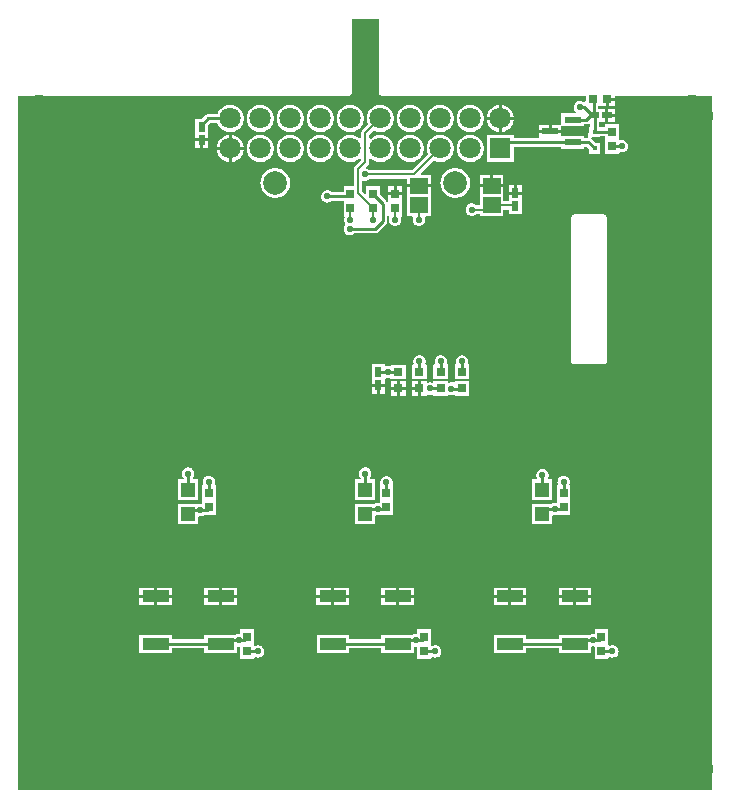
<source format=gtl>
%FSLAX43Y43*%
%MOMM*%
G71*
G01*
G75*
G04 Layer_Physical_Order=1*
G04 Layer_Color=255*
%ADD10R,1.500X1.350*%
%ADD11R,0.650X0.800*%
%ADD12R,0.762X0.762*%
%ADD13R,0.600X0.900*%
%ADD14R,1.200X1.200*%
%ADD15R,1.400X0.600*%
%ADD16R,0.400X0.400*%
%ADD17R,0.900X0.600*%
%ADD18R,2.250X1.000*%
%ADD19R,0.800X0.650*%
%ADD20C,0.200*%
%ADD21C,0.250*%
%ADD22C,1.800*%
%ADD23R,1.800X1.800*%
%ADD24C,2.000*%
%ADD25C,3.600*%
%ADD26C,0.550*%
G36*
X31147Y59700D02*
X31147Y59700D01*
X31147D01*
X31158Y59622D01*
X31188Y59549D01*
X31236Y59486D01*
X31299Y59438D01*
X31372Y59408D01*
X31450Y59397D01*
X48650D01*
Y59047D01*
X48602Y58890D01*
X48481Y58853D01*
X48468Y58864D01*
X48377Y58912D01*
X48278Y58942D01*
X48175Y58953D01*
X48072Y58942D01*
X47973Y58912D01*
X47882Y58864D01*
X47802Y58798D01*
X47736Y58718D01*
X47688Y58627D01*
X47658Y58528D01*
X47647Y58425D01*
X47658Y58322D01*
X47688Y58223D01*
X47736Y58132D01*
X47802Y58052D01*
X47841Y58020D01*
X47799Y57900D01*
X46600D01*
Y56954D01*
X45777D01*
Y56527D01*
X46604D01*
Y56800D01*
X48500D01*
Y56973D01*
X48700D01*
X48774Y56980D01*
X48844Y57002D01*
X48909Y57037D01*
X48933Y57056D01*
X49048Y57002D01*
Y56775D01*
X48975D01*
Y56588D01*
X48900Y55827D01*
X48500D01*
Y56000D01*
X46604D01*
Y56273D01*
X44696D01*
Y55846D01*
D01*
Y55846D01*
X44677Y55827D01*
X42580D01*
Y56080D01*
X40280D01*
Y53780D01*
X42580D01*
Y55073D01*
X46600D01*
Y54900D01*
X48500D01*
Y55073D01*
X48744D01*
X48975Y54842D01*
Y54475D01*
X49875D01*
Y55375D01*
X49508D01*
X49166Y55716D01*
X49119Y55755D01*
X49147Y55834D01*
X49169Y55875D01*
X49875D01*
Y55948D01*
X50325D01*
Y55675D01*
Y54475D01*
X51475D01*
Y54546D01*
X51577Y54621D01*
X51622Y54608D01*
X51725Y54597D01*
X51828Y54608D01*
X51927Y54638D01*
X52018Y54686D01*
X52098Y54752D01*
X52164Y54832D01*
X52212Y54923D01*
X52242Y55022D01*
X52253Y55125D01*
X52242Y55228D01*
X52212Y55327D01*
X52164Y55418D01*
X52098Y55498D01*
X52018Y55564D01*
X51927Y55612D01*
X51828Y55642D01*
X51725Y55653D01*
X51622Y55642D01*
X51577Y55629D01*
X51475Y55704D01*
Y56975D01*
X50325D01*
Y56702D01*
X49875D01*
Y56775D01*
X49802D01*
Y57171D01*
X50323D01*
Y57725D01*
Y58279D01*
X49746D01*
D01*
X49746D01*
X49727Y58298D01*
Y58521D01*
X49846D01*
Y58521D01*
X50373D01*
Y59100D01*
X50500D01*
Y59227D01*
X51154D01*
Y59397D01*
X59397D01*
Y603D01*
X603D01*
Y59397D01*
X28550D01*
X28628Y59408D01*
X28701Y59438D01*
X28764Y59486D01*
X28812Y59549D01*
X28842Y59622D01*
X28853Y59700D01*
Y65897D01*
X31147D01*
Y59700D01*
D02*
G37*
%LPC*%
G36*
X16751Y27226D02*
X16648Y27216D01*
X16549Y27186D01*
X16458Y27138D01*
X16378Y27072D01*
X16312Y26992D01*
X16264Y26901D01*
X16234Y26802D01*
X16224Y26699D01*
X16234Y26596D01*
X16261Y26507D01*
X16185Y26404D01*
X16175D01*
Y25104D01*
Y24907D01*
X16081Y24822D01*
X16025Y24828D01*
X15922Y24817D01*
X15854Y24797D01*
X15850Y24800D01*
Y24800D01*
X14150D01*
Y23100D01*
X15850D01*
Y23695D01*
X15944Y23780D01*
X16025Y23772D01*
X16128Y23783D01*
X16227Y23813D01*
X16318Y23861D01*
X16371Y23904D01*
X17325D01*
Y25104D01*
Y26404D01*
X17317D01*
X17241Y26507D01*
X17268Y26596D01*
X17279Y26699D01*
X17268Y26802D01*
X17238Y26901D01*
X17190Y26992D01*
X17124Y27072D01*
X17044Y27138D01*
X16953Y27186D01*
X16854Y27216D01*
X16751Y27226D01*
D02*
G37*
G36*
X49129Y17754D02*
X47877D01*
Y17127D01*
X49129D01*
Y17754D01*
D02*
G37*
G36*
X31800Y27180D02*
X31697Y27170D01*
X31598Y27140D01*
X31507Y27091D01*
X31427Y27025D01*
X31361Y26945D01*
X31313Y26854D01*
X31283Y26755D01*
X31272Y26652D01*
X31283Y26549D01*
X31313Y26451D01*
X31313D01*
X31225Y26404D01*
X31225D01*
Y25104D01*
Y25005D01*
X31131Y24919D01*
X31048Y24928D01*
X30945Y24917D01*
X30846Y24887D01*
X30755Y24839D01*
X30708Y24800D01*
X29150D01*
Y23100D01*
X30850D01*
Y23812D01*
X30945Y23883D01*
X31048Y23872D01*
X31151Y23883D01*
X31224Y23905D01*
X31225Y23904D01*
Y23904D01*
X32375D01*
Y25104D01*
Y26404D01*
X32375D01*
X32287Y26451D01*
X32287D01*
X32317Y26549D01*
X32328Y26652D01*
X32317Y26755D01*
X32287Y26854D01*
X32239Y26945D01*
X32173Y27025D01*
X32093Y27091D01*
X32002Y27140D01*
X31903Y27170D01*
X31800Y27180D01*
D02*
G37*
G36*
X15000Y27928D02*
X14897Y27917D01*
X14798Y27887D01*
X14707Y27839D01*
X14627Y27773D01*
X14561Y27693D01*
X14513Y27602D01*
X14483Y27503D01*
X14472Y27400D01*
X14483Y27297D01*
X14513Y27198D01*
X14561Y27107D01*
X14623Y27032D01*
Y26900D01*
X14150D01*
Y25200D01*
X15850D01*
Y26900D01*
X15377D01*
Y27032D01*
X15439Y27107D01*
X15487Y27198D01*
X15517Y27297D01*
X15528Y27400D01*
X15517Y27503D01*
X15487Y27602D01*
X15439Y27693D01*
X15373Y27773D01*
X15293Y27839D01*
X15202Y27887D01*
X15103Y27917D01*
X15000Y27928D01*
D02*
G37*
G36*
X46801Y27226D02*
X46698Y27216D01*
X46599Y27186D01*
X46508Y27138D01*
X46428Y27072D01*
X46362Y26992D01*
X46314Y26901D01*
X46284Y26802D01*
X46274Y26699D01*
X46284Y26596D01*
X46311Y26507D01*
X46235Y26404D01*
X46225D01*
Y25104D01*
Y25005D01*
X46131Y24919D01*
X46048Y24928D01*
X45945Y24917D01*
X45846Y24887D01*
X45755Y24839D01*
X45708Y24800D01*
X44150D01*
Y23100D01*
X45850D01*
Y23812D01*
X45945Y23883D01*
X46048Y23872D01*
X46151Y23883D01*
X46224Y23905D01*
X46225Y23904D01*
Y23904D01*
X47375D01*
Y25104D01*
Y26404D01*
X47367D01*
X47291Y26507D01*
X47318Y26596D01*
X47329Y26699D01*
X47318Y26802D01*
X47288Y26901D01*
X47240Y26992D01*
X47174Y27072D01*
X47094Y27138D01*
X47003Y27186D01*
X46904Y27216D01*
X46801Y27226D01*
D02*
G37*
G36*
X34129Y17754D02*
X32877D01*
Y17127D01*
X34129D01*
Y17754D01*
D02*
G37*
G36*
X32623D02*
X31371D01*
Y17127D01*
X32623D01*
Y17754D01*
D02*
G37*
G36*
X42123D02*
X40871D01*
Y17127D01*
X42123D01*
Y17754D01*
D02*
G37*
G36*
X47623D02*
X46371D01*
Y17127D01*
X47623D01*
Y17754D01*
D02*
G37*
G36*
X43629D02*
X42377D01*
Y17127D01*
X43629D01*
Y17754D01*
D02*
G37*
G36*
X30000Y27928D02*
X29897Y27917D01*
X29798Y27887D01*
X29707Y27839D01*
X29627Y27773D01*
X29561Y27693D01*
X29513Y27602D01*
X29483Y27503D01*
X29472Y27400D01*
X29483Y27297D01*
X29513Y27198D01*
X29561Y27107D01*
X29623Y27032D01*
Y26900D01*
X29150D01*
Y25200D01*
X30850D01*
Y26900D01*
X30377D01*
Y27032D01*
X30439Y27107D01*
X30487Y27198D01*
X30517Y27297D01*
X30528Y27400D01*
X30517Y27503D01*
X30487Y27602D01*
X30439Y27693D01*
X30373Y27773D01*
X30293Y27839D01*
X30202Y27887D01*
X30103Y27917D01*
X30000Y27928D01*
D02*
G37*
G36*
X31647Y34737D02*
X31220D01*
Y34160D01*
X31647D01*
Y34737D01*
D02*
G37*
G36*
X30966D02*
X30539D01*
Y34160D01*
X30966D01*
Y34737D01*
D02*
G37*
G36*
X32666Y35240D02*
X32158D01*
Y34732D01*
X32666D01*
Y35240D01*
D02*
G37*
G36*
X34466D02*
X33958D01*
Y34732D01*
X34466D01*
Y35240D01*
D02*
G37*
G36*
X33428D02*
X32920D01*
Y34732D01*
X33428D01*
Y35240D01*
D02*
G37*
G36*
X32666Y34478D02*
X32158D01*
Y33970D01*
X32666D01*
Y34478D01*
D02*
G37*
G36*
X45000Y27803D02*
X44897Y27792D01*
X44798Y27762D01*
X44707Y27714D01*
X44627Y27648D01*
X44561Y27568D01*
X44513Y27477D01*
X44483Y27378D01*
X44472Y27275D01*
X44483Y27172D01*
X44513Y27073D01*
X44547Y27009D01*
X44501Y26932D01*
X44462Y26900D01*
X44150D01*
Y25200D01*
X45850D01*
Y26900D01*
X45538D01*
X45499Y26932D01*
X45453Y27009D01*
X45487Y27073D01*
X45517Y27172D01*
X45528Y27275D01*
X45517Y27378D01*
X45487Y27477D01*
X45439Y27568D01*
X45373Y27648D01*
X45293Y27714D01*
X45202Y27762D01*
X45103Y27792D01*
X45000Y27803D01*
D02*
G37*
G36*
X33428Y34478D02*
X32920D01*
Y33970D01*
X33428D01*
Y34478D01*
D02*
G37*
G36*
X35228Y35240D02*
X34720D01*
Y34605D01*
Y33970D01*
X35228D01*
Y34032D01*
X35330Y34107D01*
X35395Y34088D01*
X35498Y34077D01*
X35601Y34088D01*
X35660Y34105D01*
X35762Y34030D01*
Y33974D01*
X37024D01*
Y34026D01*
X37126Y34102D01*
X37190Y34082D01*
X37293Y34072D01*
X37396Y34082D01*
X37459Y34102D01*
X37561Y34026D01*
Y33974D01*
X38823D01*
Y35236D01*
X37561D01*
Y35174D01*
X37459Y35098D01*
X37396Y35117D01*
X37293Y35127D01*
X37190Y35117D01*
X37126Y35098D01*
X37024Y35173D01*
Y35236D01*
X35762D01*
Y35180D01*
X35660Y35104D01*
X35601Y35122D01*
X35498Y35132D01*
X35395Y35122D01*
X35330Y35103D01*
X35228Y35178D01*
Y35240D01*
D02*
G37*
G36*
X34466Y34478D02*
X33958D01*
Y33970D01*
X34466D01*
Y34478D01*
D02*
G37*
G36*
X19129Y16873D02*
X17877D01*
Y16246D01*
X19129D01*
Y16873D01*
D02*
G37*
G36*
X17623D02*
X16371D01*
Y16246D01*
X17623D01*
Y16873D01*
D02*
G37*
G36*
X27123D02*
X25871D01*
Y16246D01*
X27123D01*
Y16873D01*
D02*
G37*
G36*
X32623D02*
X31371D01*
Y16246D01*
X32623D01*
Y16873D01*
D02*
G37*
G36*
X28629D02*
X27377D01*
Y16246D01*
X28629D01*
Y16873D01*
D02*
G37*
G36*
X50575Y14200D02*
X49425D01*
Y13910D01*
X49331Y13824D01*
X49300Y13828D01*
X49197Y13817D01*
X49098Y13787D01*
X49028Y13750D01*
X46375D01*
Y13377D01*
X43625D01*
Y13750D01*
X40875D01*
Y12250D01*
X43625D01*
Y12623D01*
X46375D01*
Y12250D01*
X49125D01*
Y12695D01*
X49219Y12780D01*
X49300Y12772D01*
X49331Y12776D01*
X49425Y12690D01*
Y11700D01*
X50575D01*
Y11818D01*
X50684Y11884D01*
X50723Y11863D01*
X50822Y11833D01*
X50925Y11822D01*
X51028Y11833D01*
X51127Y11863D01*
X51218Y11911D01*
X51298Y11977D01*
X51364Y12057D01*
X51412Y12148D01*
X51442Y12247D01*
X51453Y12350D01*
X51442Y12453D01*
X51412Y12552D01*
X51364Y12643D01*
X51298Y12723D01*
X51218Y12789D01*
X51127Y12837D01*
X51028Y12867D01*
X50925Y12878D01*
X50822Y12867D01*
X50723Y12837D01*
X50684Y12816D01*
X50575Y12882D01*
Y12900D01*
Y14200D01*
D02*
G37*
G36*
X20575D02*
X19425D01*
Y13907D01*
X19331Y13822D01*
X19275Y13828D01*
X19172Y13817D01*
X19073Y13787D01*
X19003Y13750D01*
X16375D01*
Y13377D01*
X13625D01*
Y13750D01*
X10875D01*
Y12250D01*
X13625D01*
Y12623D01*
X16375D01*
Y12250D01*
X19125D01*
Y12693D01*
X19219Y12778D01*
X19275Y12772D01*
X19331Y12778D01*
X19425Y12693D01*
Y11700D01*
X20575D01*
Y11818D01*
X20684Y11884D01*
X20723Y11863D01*
X20822Y11833D01*
X20925Y11822D01*
X21028Y11833D01*
X21127Y11863D01*
X21218Y11911D01*
X21298Y11977D01*
X21364Y12057D01*
X21412Y12148D01*
X21442Y12247D01*
X21453Y12350D01*
X21442Y12453D01*
X21412Y12552D01*
X21364Y12643D01*
X21298Y12723D01*
X21218Y12789D01*
X21127Y12837D01*
X21028Y12867D01*
X20925Y12878D01*
X20822Y12867D01*
X20723Y12837D01*
X20684Y12816D01*
X20575Y12882D01*
Y12900D01*
Y14200D01*
D02*
G37*
G36*
X35575D02*
X34425D01*
Y13932D01*
X34331Y13847D01*
X34275Y13853D01*
X34172Y13842D01*
X34073Y13812D01*
X33982Y13764D01*
X33965Y13750D01*
X31375D01*
Y13377D01*
X28625D01*
Y13750D01*
X25875D01*
Y12250D01*
X28625D01*
Y12623D01*
X31375D01*
Y12250D01*
X34125D01*
Y12718D01*
X34219Y12803D01*
X34275Y12797D01*
X34331Y12803D01*
X34425Y12718D01*
Y11700D01*
X35575D01*
Y11818D01*
X35684Y11884D01*
X35723Y11863D01*
X35822Y11833D01*
X35925Y11822D01*
X36028Y11833D01*
X36127Y11863D01*
X36218Y11911D01*
X36298Y11977D01*
X36364Y12057D01*
X36412Y12148D01*
X36442Y12247D01*
X36453Y12350D01*
X36442Y12453D01*
X36412Y12552D01*
X36364Y12643D01*
X36298Y12723D01*
X36218Y12789D01*
X36127Y12837D01*
X36028Y12867D01*
X35925Y12878D01*
X35822Y12867D01*
X35723Y12837D01*
X35684Y12816D01*
X35575Y12882D01*
Y12900D01*
Y14200D01*
D02*
G37*
G36*
X13629Y16873D02*
X12377D01*
Y16246D01*
X13629D01*
Y16873D01*
D02*
G37*
G36*
X12123D02*
X10871D01*
Y16246D01*
X12123D01*
Y16873D01*
D02*
G37*
G36*
X34129D02*
X32877D01*
Y16246D01*
X34129D01*
Y16873D01*
D02*
G37*
G36*
X17623Y17754D02*
X16371D01*
Y17127D01*
X17623D01*
Y17754D01*
D02*
G37*
G36*
X13629D02*
X12377D01*
Y17127D01*
X13629D01*
Y17754D01*
D02*
G37*
G36*
X19129D02*
X17877D01*
Y17127D01*
X19129D01*
Y17754D01*
D02*
G37*
G36*
X28629D02*
X27377D01*
Y17127D01*
X28629D01*
Y17754D01*
D02*
G37*
G36*
X27123D02*
X25871D01*
Y17127D01*
X27123D01*
Y17754D01*
D02*
G37*
G36*
X43629Y16873D02*
X42377D01*
Y16246D01*
X43629D01*
Y16873D01*
D02*
G37*
G36*
X42123D02*
X40871D01*
Y16246D01*
X42123D01*
Y16873D01*
D02*
G37*
G36*
X47623D02*
X46371D01*
Y16246D01*
X47623D01*
Y16873D01*
D02*
G37*
G36*
X12123Y17754D02*
X10871D01*
Y17127D01*
X12123D01*
Y17754D01*
D02*
G37*
G36*
X49129Y16873D02*
X47877D01*
Y16246D01*
X49129D01*
Y16873D01*
D02*
G37*
G36*
X23650Y58622D02*
X23500Y58613D01*
X23352Y58583D01*
X23209Y58535D01*
X23074Y58468D01*
X22948Y58384D01*
X22835Y58285D01*
X22736Y58172D01*
X22652Y58046D01*
X22585Y57911D01*
X22537Y57768D01*
X22507Y57620D01*
X22498Y57470D01*
X22507Y57320D01*
X22537Y57172D01*
X22585Y57029D01*
X22652Y56894D01*
X22736Y56768D01*
X22835Y56655D01*
X22948Y56556D01*
X23074Y56472D01*
X23209Y56405D01*
X23352Y56357D01*
X23500Y56327D01*
X23650Y56318D01*
X23800Y56327D01*
X23948Y56357D01*
X24091Y56405D01*
X24226Y56472D01*
X24352Y56556D01*
X24465Y56655D01*
X24564Y56768D01*
X24648Y56894D01*
X24715Y57029D01*
X24763Y57172D01*
X24793Y57320D01*
X24802Y57470D01*
X24793Y57620D01*
X24763Y57768D01*
X24715Y57911D01*
X24648Y58046D01*
X24564Y58172D01*
X24465Y58285D01*
X24352Y58384D01*
X24226Y58468D01*
X24091Y58535D01*
X23948Y58583D01*
X23800Y58613D01*
X23650Y58622D01*
D02*
G37*
G36*
X21110D02*
X20960Y58613D01*
X20812Y58583D01*
X20669Y58535D01*
X20534Y58468D01*
X20408Y58384D01*
X20295Y58285D01*
X20196Y58172D01*
X20112Y58046D01*
X20045Y57911D01*
X19997Y57768D01*
X19967Y57620D01*
X19958Y57470D01*
X19967Y57320D01*
X19997Y57172D01*
X20045Y57029D01*
X20112Y56894D01*
X20196Y56768D01*
X20295Y56655D01*
X20408Y56556D01*
X20534Y56472D01*
X20669Y56405D01*
X20812Y56357D01*
X20960Y56327D01*
X21110Y56318D01*
X21260Y56327D01*
X21408Y56357D01*
X21551Y56405D01*
X21686Y56472D01*
X21812Y56556D01*
X21925Y56655D01*
X22024Y56768D01*
X22108Y56894D01*
X22175Y57029D01*
X22223Y57172D01*
X22253Y57320D01*
X22262Y57470D01*
X22253Y57620D01*
X22223Y57768D01*
X22175Y57911D01*
X22108Y58046D01*
X22024Y58172D01*
X21925Y58285D01*
X21812Y58384D01*
X21686Y58468D01*
X21551Y58535D01*
X21408Y58583D01*
X21260Y58613D01*
X21110Y58622D01*
D02*
G37*
G36*
X26190D02*
X26040Y58613D01*
X25892Y58583D01*
X25749Y58535D01*
X25614Y58468D01*
X25488Y58384D01*
X25375Y58285D01*
X25276Y58172D01*
X25192Y58046D01*
X25125Y57911D01*
X25077Y57768D01*
X25047Y57620D01*
X25038Y57470D01*
X25047Y57320D01*
X25077Y57172D01*
X25125Y57029D01*
X25192Y56894D01*
X25276Y56768D01*
X25375Y56655D01*
X25488Y56556D01*
X25614Y56472D01*
X25749Y56405D01*
X25892Y56357D01*
X26040Y56327D01*
X26190Y56318D01*
X26340Y56327D01*
X26488Y56357D01*
X26631Y56405D01*
X26766Y56472D01*
X26892Y56556D01*
X27005Y56655D01*
X27104Y56768D01*
X27188Y56894D01*
X27255Y57029D01*
X27303Y57172D01*
X27333Y57320D01*
X27342Y57470D01*
X27333Y57620D01*
X27303Y57768D01*
X27255Y57911D01*
X27188Y58046D01*
X27104Y58172D01*
X27005Y58285D01*
X26892Y58384D01*
X26766Y58468D01*
X26631Y58535D01*
X26488Y58583D01*
X26340Y58613D01*
X26190Y58622D01*
D02*
G37*
G36*
X31270D02*
X31120Y58613D01*
X30972Y58583D01*
X30829Y58535D01*
X30694Y58468D01*
X30568Y58384D01*
X30455Y58285D01*
X30356Y58172D01*
X30272Y58046D01*
X30205Y57911D01*
X30157Y57768D01*
X30127Y57620D01*
X30118Y57470D01*
X30127Y57320D01*
X30157Y57172D01*
X30205Y57029D01*
X30247Y56944D01*
X29751Y56449D01*
X29708Y56395D01*
X29675Y56335D01*
X29655Y56269D01*
X29648Y56200D01*
Y55836D01*
X29583Y55779D01*
X29533Y55756D01*
X29432Y55844D01*
X29306Y55928D01*
X29171Y55995D01*
X29028Y56043D01*
X28880Y56073D01*
X28730Y56082D01*
X28580Y56073D01*
X28432Y56043D01*
X28289Y55995D01*
X28154Y55928D01*
X28028Y55844D01*
X27915Y55745D01*
X27816Y55632D01*
X27732Y55506D01*
X27665Y55371D01*
X27617Y55228D01*
X27587Y55080D01*
X27578Y54930D01*
X27587Y54780D01*
X27617Y54632D01*
X27665Y54489D01*
X27732Y54354D01*
X27816Y54228D01*
X27915Y54115D01*
X28028Y54016D01*
X28154Y53932D01*
X28289Y53865D01*
X28432Y53817D01*
X28580Y53787D01*
X28730Y53778D01*
X28880Y53787D01*
X29028Y53817D01*
X29171Y53865D01*
X29306Y53932D01*
X29432Y54016D01*
X29533Y54104D01*
X29583Y54081D01*
X29620Y54049D01*
X29625Y53922D01*
X29151Y53449D01*
X29108Y53395D01*
X29075Y53335D01*
X29055Y53269D01*
X29048Y53200D01*
Y51750D01*
X28165D01*
Y51252D01*
X27168D01*
X27093Y51314D01*
X27002Y51362D01*
X26903Y51392D01*
X26800Y51403D01*
X26697Y51392D01*
X26598Y51362D01*
X26507Y51314D01*
X26427Y51248D01*
X26361Y51168D01*
X26313Y51077D01*
X26283Y50978D01*
X26272Y50875D01*
X26283Y50772D01*
X26313Y50673D01*
X26361Y50582D01*
X26427Y50502D01*
X26507Y50436D01*
X26598Y50388D01*
X26697Y50358D01*
X26800Y50347D01*
X26903Y50358D01*
X27002Y50388D01*
X27093Y50436D01*
X27168Y50498D01*
X28165D01*
Y50450D01*
Y49250D01*
X28208D01*
X28274Y49141D01*
X28253Y49102D01*
X28223Y49003D01*
X28212Y48900D01*
X28223Y48797D01*
X28253Y48698D01*
X28301Y48607D01*
X28334Y48567D01*
X28327Y48498D01*
X28261Y48418D01*
X28213Y48327D01*
X28183Y48228D01*
X28172Y48125D01*
X28183Y48022D01*
X28213Y47923D01*
X28261Y47832D01*
X28327Y47752D01*
X28407Y47686D01*
X28498Y47638D01*
X28597Y47608D01*
X28700Y47597D01*
X28803Y47608D01*
X28902Y47638D01*
X28993Y47686D01*
X29068Y47748D01*
X30850D01*
X30924Y47755D01*
X30994Y47777D01*
X31059Y47812D01*
X31116Y47859D01*
X31741Y48484D01*
X31788Y48541D01*
X31823Y48606D01*
X31845Y48676D01*
X31852Y48750D01*
Y49250D01*
X31965D01*
Y49250D01*
X32008D01*
X32074Y49141D01*
X32053Y49102D01*
X32023Y49003D01*
X32012Y48900D01*
X32023Y48797D01*
X32053Y48698D01*
X32101Y48607D01*
X32167Y48527D01*
X32247Y48461D01*
X32338Y48413D01*
X32437Y48383D01*
X32540Y48372D01*
X32643Y48383D01*
X32742Y48413D01*
X32833Y48461D01*
X32913Y48527D01*
X32979Y48607D01*
X33027Y48698D01*
X33057Y48797D01*
X33068Y48900D01*
X33057Y49003D01*
X33027Y49102D01*
X33006Y49141D01*
X33072Y49250D01*
X33115D01*
Y50446D01*
X33119D01*
Y50973D01*
X31961D01*
Y50446D01*
X31965D01*
Y50374D01*
X31839Y50356D01*
X31823Y50409D01*
X31788Y50474D01*
X31741Y50531D01*
X31215Y51058D01*
Y51750D01*
X30065D01*
Y51138D01*
X29948Y51090D01*
X29752Y51286D01*
Y52138D01*
X29854Y52213D01*
X29872Y52208D01*
X29975Y52197D01*
X30078Y52208D01*
X30177Y52238D01*
X30268Y52286D01*
X30348Y52352D01*
X30366Y52373D01*
X33536D01*
Y51877D01*
X35544D01*
Y52679D01*
X34762D01*
X34714Y52796D01*
X35824Y53907D01*
X35909Y53865D01*
X36052Y53817D01*
X36200Y53787D01*
X36350Y53778D01*
X36500Y53787D01*
X36648Y53817D01*
X36791Y53865D01*
X36926Y53932D01*
X37052Y54016D01*
X37165Y54115D01*
X37264Y54228D01*
X37348Y54354D01*
X37415Y54489D01*
X37463Y54632D01*
X37493Y54780D01*
X37502Y54930D01*
X37493Y55080D01*
X37463Y55228D01*
X37415Y55371D01*
X37348Y55506D01*
X37264Y55632D01*
X37165Y55745D01*
X37052Y55844D01*
X36926Y55928D01*
X36791Y55995D01*
X36648Y56043D01*
X36500Y56073D01*
X36350Y56082D01*
X36200Y56073D01*
X36052Y56043D01*
X35909Y55995D01*
X35774Y55928D01*
X35648Y55844D01*
X35535Y55745D01*
X35436Y55632D01*
X35352Y55506D01*
X35285Y55371D01*
X35237Y55228D01*
X35207Y55080D01*
X35198Y54930D01*
X35207Y54780D01*
X35237Y54632D01*
X35285Y54489D01*
X35327Y54404D01*
X33999Y53077D01*
X30366D01*
X30348Y53098D01*
X30268Y53164D01*
X30177Y53212D01*
X30090Y53239D01*
X30081Y53275D01*
X30093Y53396D01*
X30249Y53551D01*
X30292Y53605D01*
X30325Y53665D01*
X30345Y53731D01*
X30352Y53800D01*
Y54024D01*
X30417Y54081D01*
X30467Y54104D01*
X30568Y54016D01*
X30694Y53932D01*
X30829Y53865D01*
X30972Y53817D01*
X31120Y53787D01*
X31270Y53778D01*
X31420Y53787D01*
X31568Y53817D01*
X31711Y53865D01*
X31846Y53932D01*
X31972Y54016D01*
X32085Y54115D01*
X32184Y54228D01*
X32268Y54354D01*
X32335Y54489D01*
X32383Y54632D01*
X32413Y54780D01*
X32422Y54930D01*
X32413Y55080D01*
X32383Y55228D01*
X32335Y55371D01*
X32268Y55506D01*
X32184Y55632D01*
X32085Y55745D01*
X31972Y55844D01*
X31846Y55928D01*
X31711Y55995D01*
X31568Y56043D01*
X31420Y56073D01*
X31270Y56082D01*
X31120Y56073D01*
X30972Y56043D01*
X30829Y55995D01*
X30694Y55928D01*
X30568Y55844D01*
X30467Y55756D01*
X30417Y55779D01*
X30352Y55836D01*
Y56054D01*
X30744Y56447D01*
X30829Y56405D01*
X30972Y56357D01*
X31120Y56327D01*
X31270Y56318D01*
X31420Y56327D01*
X31568Y56357D01*
X31711Y56405D01*
X31846Y56472D01*
X31972Y56556D01*
X32085Y56655D01*
X32184Y56768D01*
X32268Y56894D01*
X32335Y57029D01*
X32383Y57172D01*
X32413Y57320D01*
X32422Y57470D01*
X32413Y57620D01*
X32383Y57768D01*
X32335Y57911D01*
X32268Y58046D01*
X32184Y58172D01*
X32085Y58285D01*
X31972Y58384D01*
X31846Y58468D01*
X31711Y58535D01*
X31568Y58583D01*
X31420Y58613D01*
X31270Y58622D01*
D02*
G37*
G36*
X28730D02*
X28580Y58613D01*
X28432Y58583D01*
X28289Y58535D01*
X28154Y58468D01*
X28028Y58384D01*
X27915Y58285D01*
X27816Y58172D01*
X27732Y58046D01*
X27665Y57911D01*
X27617Y57768D01*
X27587Y57620D01*
X27578Y57470D01*
X27587Y57320D01*
X27617Y57172D01*
X27665Y57029D01*
X27732Y56894D01*
X27816Y56768D01*
X27915Y56655D01*
X28028Y56556D01*
X28154Y56472D01*
X28289Y56405D01*
X28432Y56357D01*
X28580Y56327D01*
X28730Y56318D01*
X28880Y56327D01*
X29028Y56357D01*
X29171Y56405D01*
X29306Y56472D01*
X29432Y56556D01*
X29545Y56655D01*
X29644Y56768D01*
X29728Y56894D01*
X29795Y57029D01*
X29843Y57172D01*
X29873Y57320D01*
X29882Y57470D01*
X29873Y57620D01*
X29843Y57768D01*
X29795Y57911D01*
X29728Y58046D01*
X29644Y58172D01*
X29545Y58285D01*
X29432Y58384D01*
X29306Y58468D01*
X29171Y58535D01*
X29028Y58583D01*
X28880Y58613D01*
X28730Y58622D01*
D02*
G37*
G36*
X16729Y55523D02*
X16302D01*
Y54946D01*
X16729D01*
Y55523D01*
D02*
G37*
G36*
X16048D02*
X15621D01*
Y54946D01*
X16048D01*
Y55523D01*
D02*
G37*
G36*
X18443Y56078D02*
X18419Y56077D01*
X18271Y56047D01*
X18127Y55998D01*
X17992Y55932D01*
X17866Y55847D01*
X17752Y55748D01*
X17653Y55634D01*
X17568Y55508D01*
X17502Y55373D01*
X17453Y55229D01*
X17423Y55081D01*
X17422Y55057D01*
X18443D01*
Y56078D01*
D02*
G37*
G36*
X18570Y58622D02*
X18420Y58613D01*
X18272Y58583D01*
X18129Y58535D01*
X17994Y58468D01*
X17868Y58384D01*
X17755Y58285D01*
X17656Y58172D01*
X17572Y58046D01*
X17505Y57911D01*
X17483Y57847D01*
X16725D01*
X16651Y57840D01*
X16580Y57818D01*
X16515Y57783D01*
X16458Y57736D01*
X16172Y57450D01*
X15625D01*
Y56354D01*
X15621D01*
Y55777D01*
X16729D01*
Y56354D01*
X16725D01*
Y56937D01*
X16881Y57093D01*
X17483D01*
X17505Y57029D01*
X17572Y56894D01*
X17656Y56768D01*
X17755Y56655D01*
X17868Y56556D01*
X17994Y56472D01*
X18129Y56405D01*
X18272Y56357D01*
X18420Y56327D01*
X18570Y56318D01*
X18720Y56327D01*
X18868Y56357D01*
X19011Y56405D01*
X19146Y56472D01*
X19272Y56556D01*
X19385Y56655D01*
X19484Y56768D01*
X19568Y56894D01*
X19635Y57029D01*
X19683Y57172D01*
X19713Y57320D01*
X19722Y57470D01*
X19713Y57620D01*
X19683Y57768D01*
X19635Y57911D01*
X19568Y58046D01*
X19484Y58172D01*
X19385Y58285D01*
X19272Y58384D01*
X19146Y58468D01*
X19011Y58535D01*
X18868Y58583D01*
X18720Y58613D01*
X18570Y58622D01*
D02*
G37*
G36*
X18697Y56078D02*
Y55057D01*
X19718D01*
X19717Y55081D01*
X19687Y55229D01*
X19638Y55373D01*
X19572Y55508D01*
X19487Y55634D01*
X19388Y55748D01*
X19274Y55847D01*
X19148Y55932D01*
X19013Y55998D01*
X18869Y56047D01*
X18721Y56077D01*
X18697Y56078D01*
D02*
G37*
G36*
X33810Y58622D02*
X33660Y58613D01*
X33512Y58583D01*
X33369Y58535D01*
X33234Y58468D01*
X33108Y58384D01*
X32995Y58285D01*
X32896Y58172D01*
X32812Y58046D01*
X32745Y57911D01*
X32697Y57768D01*
X32667Y57620D01*
X32658Y57470D01*
X32667Y57320D01*
X32697Y57172D01*
X32745Y57029D01*
X32812Y56894D01*
X32896Y56768D01*
X32995Y56655D01*
X33108Y56556D01*
X33234Y56472D01*
X33369Y56405D01*
X33512Y56357D01*
X33660Y56327D01*
X33810Y56318D01*
X33960Y56327D01*
X34108Y56357D01*
X34251Y56405D01*
X34386Y56472D01*
X34512Y56556D01*
X34625Y56655D01*
X34724Y56768D01*
X34808Y56894D01*
X34875Y57029D01*
X34923Y57172D01*
X34953Y57320D01*
X34962Y57470D01*
X34953Y57620D01*
X34923Y57768D01*
X34875Y57911D01*
X34808Y58046D01*
X34724Y58172D01*
X34625Y58285D01*
X34512Y58384D01*
X34386Y58468D01*
X34251Y58535D01*
X34108Y58583D01*
X33960Y58613D01*
X33810Y58622D01*
D02*
G37*
G36*
X41303Y58618D02*
X41279Y58617D01*
X41131Y58587D01*
X40987Y58538D01*
X40852Y58472D01*
X40726Y58387D01*
X40612Y58288D01*
X40513Y58174D01*
X40428Y58048D01*
X40362Y57913D01*
X40313Y57769D01*
X40283Y57621D01*
X40282Y57597D01*
X41303D01*
Y58618D01*
D02*
G37*
G36*
X51154Y57598D02*
X50577D01*
Y57171D01*
X51154D01*
Y57598D01*
D02*
G37*
G36*
X41557Y58618D02*
Y57597D01*
X42578D01*
X42577Y57621D01*
X42547Y57769D01*
X42498Y57913D01*
X42432Y58048D01*
X42347Y58174D01*
X42248Y58288D01*
X42134Y58387D01*
X42008Y58472D01*
X41873Y58538D01*
X41729Y58587D01*
X41581Y58617D01*
X41557Y58618D01*
D02*
G37*
G36*
X51154Y58973D02*
X50627D01*
Y58521D01*
X51154D01*
Y58973D01*
D02*
G37*
G36*
X51154Y58279D02*
X50577D01*
Y57852D01*
X51154D01*
Y58279D01*
D02*
G37*
G36*
X38890Y58622D02*
X38740Y58613D01*
X38592Y58583D01*
X38449Y58535D01*
X38314Y58468D01*
X38188Y58384D01*
X38075Y58285D01*
X37976Y58172D01*
X37892Y58046D01*
X37825Y57911D01*
X37777Y57768D01*
X37747Y57620D01*
X37738Y57470D01*
X37747Y57320D01*
X37777Y57172D01*
X37825Y57029D01*
X37892Y56894D01*
X37976Y56768D01*
X38075Y56655D01*
X38188Y56556D01*
X38314Y56472D01*
X38449Y56405D01*
X38592Y56357D01*
X38740Y56327D01*
X38890Y56318D01*
X39040Y56327D01*
X39188Y56357D01*
X39331Y56405D01*
X39466Y56472D01*
X39592Y56556D01*
X39705Y56655D01*
X39804Y56768D01*
X39888Y56894D01*
X39955Y57029D01*
X40003Y57172D01*
X40033Y57320D01*
X40042Y57470D01*
X40033Y57620D01*
X40003Y57768D01*
X39955Y57911D01*
X39888Y58046D01*
X39804Y58172D01*
X39705Y58285D01*
X39592Y58384D01*
X39466Y58468D01*
X39331Y58535D01*
X39188Y58583D01*
X39040Y58613D01*
X38890Y58622D01*
D02*
G37*
G36*
X36350D02*
X36200Y58613D01*
X36052Y58583D01*
X35909Y58535D01*
X35774Y58468D01*
X35648Y58384D01*
X35535Y58285D01*
X35436Y58172D01*
X35352Y58046D01*
X35285Y57911D01*
X35237Y57768D01*
X35207Y57620D01*
X35198Y57470D01*
X35207Y57320D01*
X35237Y57172D01*
X35285Y57029D01*
X35352Y56894D01*
X35436Y56768D01*
X35535Y56655D01*
X35648Y56556D01*
X35774Y56472D01*
X35909Y56405D01*
X36052Y56357D01*
X36200Y56327D01*
X36350Y56318D01*
X36500Y56327D01*
X36648Y56357D01*
X36791Y56405D01*
X36926Y56472D01*
X37052Y56556D01*
X37165Y56655D01*
X37264Y56768D01*
X37348Y56894D01*
X37415Y57029D01*
X37463Y57172D01*
X37493Y57320D01*
X37502Y57470D01*
X37493Y57620D01*
X37463Y57768D01*
X37415Y57911D01*
X37348Y58046D01*
X37264Y58172D01*
X37165Y58285D01*
X37052Y58384D01*
X36926Y58468D01*
X36791Y58535D01*
X36648Y58583D01*
X36500Y58613D01*
X36350Y58622D01*
D02*
G37*
G36*
X41303Y57343D02*
X40282D01*
X40283Y57319D01*
X40313Y57171D01*
X40362Y57027D01*
X40428Y56892D01*
X40513Y56766D01*
X40612Y56652D01*
X40726Y56553D01*
X40852Y56468D01*
X40987Y56402D01*
X41131Y56353D01*
X41279Y56323D01*
X41303Y56322D01*
Y57343D01*
D02*
G37*
G36*
X45523Y56954D02*
X44696D01*
Y56527D01*
X45523D01*
Y56954D01*
D02*
G37*
G36*
X42578Y57343D02*
X41557D01*
Y56322D01*
X41581Y56323D01*
X41729Y56353D01*
X41873Y56402D01*
X42008Y56468D01*
X42134Y56553D01*
X42248Y56652D01*
X42347Y56766D01*
X42432Y56892D01*
X42498Y57027D01*
X42547Y57171D01*
X42577Y57319D01*
X42578Y57343D01*
D02*
G37*
G36*
X19718Y54803D02*
X18697D01*
Y53782D01*
X18721Y53783D01*
X18869Y53813D01*
X19013Y53862D01*
X19148Y53928D01*
X19274Y54013D01*
X19388Y54112D01*
X19487Y54226D01*
X19572Y54352D01*
X19638Y54487D01*
X19687Y54631D01*
X19717Y54779D01*
X19718Y54803D01*
D02*
G37*
G36*
X41704Y51623D02*
X39696D01*
Y50821D01*
X39700D01*
Y50102D01*
X39416D01*
X39398Y50123D01*
X39318Y50189D01*
X39227Y50237D01*
X39128Y50267D01*
X39025Y50278D01*
X38922Y50267D01*
X38823Y50237D01*
X38732Y50189D01*
X38652Y50123D01*
X38586Y50043D01*
X38538Y49952D01*
X38508Y49853D01*
X38497Y49750D01*
X38508Y49647D01*
X38538Y49548D01*
X38586Y49457D01*
X38652Y49377D01*
X38732Y49311D01*
X38823Y49263D01*
X38922Y49233D01*
X39025Y49222D01*
X39128Y49233D01*
X39227Y49263D01*
X39318Y49311D01*
X39398Y49377D01*
X39416Y49398D01*
X39700D01*
Y49175D01*
X41700D01*
Y49748D01*
X42150D01*
Y49350D01*
X43250D01*
Y50446D01*
X43254D01*
Y51023D01*
X42146D01*
Y50452D01*
X41700D01*
Y50821D01*
X41704D01*
Y51623D01*
D02*
G37*
G36*
X35544D02*
X33536D01*
Y50821D01*
X33540D01*
Y49175D01*
X33968D01*
X34044Y49073D01*
X34023Y49003D01*
X34012Y48900D01*
X34023Y48797D01*
X34053Y48698D01*
X34101Y48607D01*
X34167Y48527D01*
X34247Y48461D01*
X34338Y48413D01*
X34437Y48383D01*
X34540Y48372D01*
X34643Y48383D01*
X34742Y48413D01*
X34833Y48461D01*
X34913Y48527D01*
X34979Y48607D01*
X35027Y48698D01*
X35057Y48797D01*
X35068Y48900D01*
X35057Y49003D01*
X35036Y49073D01*
X35112Y49175D01*
X35540D01*
Y50821D01*
X35544D01*
Y51623D01*
D02*
G37*
G36*
X22380Y53253D02*
X22216Y53242D01*
X22056Y53210D01*
X21901Y53157D01*
X21754Y53085D01*
X21617Y52994D01*
X21494Y52886D01*
X21386Y52763D01*
X21295Y52626D01*
X21223Y52479D01*
X21170Y52324D01*
X21138Y52164D01*
X21127Y52000D01*
X21138Y51836D01*
X21170Y51676D01*
X21223Y51521D01*
X21295Y51374D01*
X21386Y51237D01*
X21494Y51114D01*
X21617Y51006D01*
X21754Y50915D01*
X21901Y50843D01*
X22056Y50790D01*
X22216Y50758D01*
X22380Y50747D01*
X22544Y50758D01*
X22704Y50790D01*
X22859Y50843D01*
X23006Y50915D01*
X23143Y51006D01*
X23266Y51114D01*
X23374Y51237D01*
X23465Y51374D01*
X23537Y51521D01*
X23590Y51676D01*
X23622Y51836D01*
X23633Y52000D01*
X23622Y52164D01*
X23590Y52324D01*
X23537Y52479D01*
X23465Y52626D01*
X23374Y52763D01*
X23266Y52886D01*
X23143Y52994D01*
X23006Y53085D01*
X22859Y53157D01*
X22704Y53210D01*
X22544Y53242D01*
X22380Y53253D01*
D02*
G37*
G36*
X32413Y51754D02*
X31961D01*
Y51227D01*
X32413D01*
Y51754D01*
D02*
G37*
G36*
X37620Y53253D02*
X37456Y53242D01*
X37296Y53210D01*
X37141Y53157D01*
X36994Y53085D01*
X36857Y52994D01*
X36734Y52886D01*
X36626Y52763D01*
X36535Y52626D01*
X36463Y52479D01*
X36410Y52324D01*
X36378Y52164D01*
X36367Y52000D01*
X36378Y51836D01*
X36410Y51676D01*
X36463Y51521D01*
X36535Y51374D01*
X36626Y51237D01*
X36734Y51114D01*
X36857Y51006D01*
X36994Y50915D01*
X37141Y50843D01*
X37296Y50790D01*
X37456Y50758D01*
X37620Y50747D01*
X37784Y50758D01*
X37944Y50790D01*
X38099Y50843D01*
X38246Y50915D01*
X38383Y51006D01*
X38506Y51114D01*
X38614Y51237D01*
X38705Y51374D01*
X38777Y51521D01*
X38830Y51676D01*
X38862Y51836D01*
X38873Y52000D01*
X38862Y52164D01*
X38830Y52324D01*
X38777Y52479D01*
X38705Y52626D01*
X38614Y52763D01*
X38506Y52886D01*
X38383Y52994D01*
X38246Y53085D01*
X38099Y53157D01*
X37944Y53210D01*
X37784Y53242D01*
X37620Y53253D01*
D02*
G37*
G36*
X34594Y37428D02*
X34491Y37418D01*
X34392Y37388D01*
X34301Y37340D01*
X34221Y37274D01*
X34156Y37194D01*
X34107Y37103D01*
X34077Y37004D01*
X34067Y36901D01*
X34077Y36798D01*
X34096Y36735D01*
X34020Y36633D01*
X33962D01*
Y35371D01*
X35224D01*
Y36633D01*
X35168D01*
X35092Y36735D01*
X35112Y36798D01*
X35122Y36901D01*
X35112Y37004D01*
X35082Y37103D01*
X35033Y37194D01*
X34967Y37274D01*
X34887Y37340D01*
X34796Y37388D01*
X34697Y37418D01*
X34594Y37428D01*
D02*
G37*
G36*
X31643Y36664D02*
X30543D01*
Y35568D01*
X30539D01*
Y34991D01*
X31647D01*
Y35421D01*
X31749Y35497D01*
X31790Y35485D01*
X31893Y35474D01*
X31996Y35485D01*
X32060Y35504D01*
X32162Y35428D01*
Y35371D01*
X33424D01*
Y36633D01*
X32162D01*
Y36576D01*
X32060Y36500D01*
X31996Y36519D01*
X31893Y36529D01*
X31790Y36519D01*
X31745Y36506D01*
X31643Y36581D01*
Y36664D01*
D02*
G37*
G36*
X36393Y37427D02*
X36290Y37417D01*
X36191Y37387D01*
X36100Y37338D01*
X36020Y37273D01*
X35955Y37193D01*
X35906Y37102D01*
X35876Y37003D01*
X35866Y36900D01*
X35876Y36797D01*
X35895Y36735D01*
X35819Y36633D01*
X35762D01*
Y35371D01*
X37024D01*
Y36633D01*
X36967D01*
X36892Y36735D01*
X36911Y36797D01*
X36921Y36900D01*
X36911Y37003D01*
X36881Y37102D01*
X36832Y37193D01*
X36766Y37273D01*
X36686Y37338D01*
X36595Y37387D01*
X36496Y37417D01*
X36393Y37427D01*
D02*
G37*
G36*
X50150Y49353D02*
X47750D01*
X47672Y49342D01*
X47599Y49312D01*
X47536Y49264D01*
X47488Y49201D01*
X47458Y49128D01*
X47447Y49050D01*
Y36950D01*
X47447Y36950D01*
X47447D01*
X47458Y36872D01*
X47488Y36799D01*
X47536Y36736D01*
X47599Y36688D01*
X47672Y36658D01*
X47750Y36647D01*
X50150D01*
X50228Y36658D01*
X50228D01*
X50228Y36658D01*
X50228Y36658D01*
X50301Y36688D01*
X50364Y36736D01*
X50364Y36736D01*
X50364Y36736D01*
X50412Y36799D01*
X50442Y36872D01*
X50453Y36950D01*
Y49050D01*
X50442Y49128D01*
X50412Y49201D01*
X50364Y49264D01*
X50301Y49312D01*
X50228Y49342D01*
X50150Y49353D01*
D02*
G37*
G36*
X38192Y37427D02*
X38089Y37417D01*
X37990Y37387D01*
X37899Y37338D01*
X37819Y37273D01*
X37753Y37193D01*
X37705Y37102D01*
X37675Y37003D01*
X37665Y36900D01*
X37675Y36797D01*
X37693Y36735D01*
X37618Y36633D01*
X37561D01*
Y35371D01*
X38823D01*
Y36633D01*
X38766D01*
X38691Y36735D01*
X38709Y36797D01*
X38720Y36900D01*
X38709Y37003D01*
X38679Y37102D01*
X38631Y37193D01*
X38565Y37273D01*
X38485Y37338D01*
X38394Y37387D01*
X38295Y37417D01*
X38192Y37427D01*
D02*
G37*
G36*
X33119Y51754D02*
X32667D01*
Y51227D01*
X33119D01*
Y51754D01*
D02*
G37*
G36*
X26190Y56082D02*
X26040Y56073D01*
X25892Y56043D01*
X25749Y55995D01*
X25614Y55928D01*
X25488Y55844D01*
X25375Y55745D01*
X25276Y55632D01*
X25192Y55506D01*
X25125Y55371D01*
X25077Y55228D01*
X25047Y55080D01*
X25038Y54930D01*
X25047Y54780D01*
X25077Y54632D01*
X25125Y54489D01*
X25192Y54354D01*
X25276Y54228D01*
X25375Y54115D01*
X25488Y54016D01*
X25614Y53932D01*
X25749Y53865D01*
X25892Y53817D01*
X26040Y53787D01*
X26190Y53778D01*
X26340Y53787D01*
X26488Y53817D01*
X26631Y53865D01*
X26766Y53932D01*
X26892Y54016D01*
X27005Y54115D01*
X27104Y54228D01*
X27188Y54354D01*
X27255Y54489D01*
X27303Y54632D01*
X27333Y54780D01*
X27342Y54930D01*
X27333Y55080D01*
X27303Y55228D01*
X27255Y55371D01*
X27188Y55506D01*
X27104Y55632D01*
X27005Y55745D01*
X26892Y55844D01*
X26766Y55928D01*
X26631Y55995D01*
X26488Y56043D01*
X26340Y56073D01*
X26190Y56082D01*
D02*
G37*
G36*
X23650D02*
X23500Y56073D01*
X23352Y56043D01*
X23209Y55995D01*
X23074Y55928D01*
X22948Y55844D01*
X22835Y55745D01*
X22736Y55632D01*
X22652Y55506D01*
X22585Y55371D01*
X22537Y55228D01*
X22507Y55080D01*
X22498Y54930D01*
X22507Y54780D01*
X22537Y54632D01*
X22585Y54489D01*
X22652Y54354D01*
X22736Y54228D01*
X22835Y54115D01*
X22948Y54016D01*
X23074Y53932D01*
X23209Y53865D01*
X23352Y53817D01*
X23500Y53787D01*
X23650Y53778D01*
X23800Y53787D01*
X23948Y53817D01*
X24091Y53865D01*
X24226Y53932D01*
X24352Y54016D01*
X24465Y54115D01*
X24564Y54228D01*
X24648Y54354D01*
X24715Y54489D01*
X24763Y54632D01*
X24793Y54780D01*
X24802Y54930D01*
X24793Y55080D01*
X24763Y55228D01*
X24715Y55371D01*
X24648Y55506D01*
X24564Y55632D01*
X24465Y55745D01*
X24352Y55844D01*
X24226Y55928D01*
X24091Y55995D01*
X23948Y56043D01*
X23800Y56073D01*
X23650Y56082D01*
D02*
G37*
G36*
X33810D02*
X33660Y56073D01*
X33512Y56043D01*
X33369Y55995D01*
X33234Y55928D01*
X33108Y55844D01*
X32995Y55745D01*
X32896Y55632D01*
X32812Y55506D01*
X32745Y55371D01*
X32697Y55228D01*
X32667Y55080D01*
X32658Y54930D01*
X32667Y54780D01*
X32697Y54632D01*
X32745Y54489D01*
X32812Y54354D01*
X32896Y54228D01*
X32995Y54115D01*
X33108Y54016D01*
X33234Y53932D01*
X33369Y53865D01*
X33512Y53817D01*
X33660Y53787D01*
X33810Y53778D01*
X33960Y53787D01*
X34108Y53817D01*
X34251Y53865D01*
X34386Y53932D01*
X34512Y54016D01*
X34625Y54115D01*
X34724Y54228D01*
X34808Y54354D01*
X34875Y54489D01*
X34923Y54632D01*
X34953Y54780D01*
X34962Y54930D01*
X34953Y55080D01*
X34923Y55228D01*
X34875Y55371D01*
X34808Y55506D01*
X34724Y55632D01*
X34625Y55745D01*
X34512Y55844D01*
X34386Y55928D01*
X34251Y55995D01*
X34108Y56043D01*
X33960Y56073D01*
X33810Y56082D01*
D02*
G37*
G36*
X18443Y54803D02*
X17422D01*
X17423Y54779D01*
X17453Y54631D01*
X17502Y54487D01*
X17568Y54352D01*
X17653Y54226D01*
X17752Y54112D01*
X17866Y54013D01*
X17992Y53928D01*
X18127Y53862D01*
X18271Y53813D01*
X18419Y53783D01*
X18443Y53782D01*
Y54803D01*
D02*
G37*
G36*
X38890Y56082D02*
X38740Y56073D01*
X38592Y56043D01*
X38449Y55995D01*
X38314Y55928D01*
X38188Y55844D01*
X38075Y55745D01*
X37976Y55632D01*
X37892Y55506D01*
X37825Y55371D01*
X37777Y55228D01*
X37747Y55080D01*
X37738Y54930D01*
X37747Y54780D01*
X37777Y54632D01*
X37825Y54489D01*
X37892Y54354D01*
X37976Y54228D01*
X38075Y54115D01*
X38188Y54016D01*
X38314Y53932D01*
X38449Y53865D01*
X38592Y53817D01*
X38740Y53787D01*
X38890Y53778D01*
X39040Y53787D01*
X39188Y53817D01*
X39331Y53865D01*
X39466Y53932D01*
X39592Y54016D01*
X39705Y54115D01*
X39804Y54228D01*
X39888Y54354D01*
X39955Y54489D01*
X40003Y54632D01*
X40033Y54780D01*
X40042Y54930D01*
X40033Y55080D01*
X40003Y55228D01*
X39955Y55371D01*
X39888Y55506D01*
X39804Y55632D01*
X39705Y55745D01*
X39592Y55844D01*
X39466Y55928D01*
X39331Y55995D01*
X39188Y56043D01*
X39040Y56073D01*
X38890Y56082D01*
D02*
G37*
G36*
X43254Y51854D02*
X42827D01*
Y51277D01*
X43254D01*
Y51854D01*
D02*
G37*
G36*
X42573D02*
X42146D01*
Y51277D01*
X42573D01*
Y51854D01*
D02*
G37*
G36*
X40573Y52679D02*
X39696D01*
Y51877D01*
X40573D01*
Y52679D01*
D02*
G37*
G36*
X21110Y56082D02*
X20960Y56073D01*
X20812Y56043D01*
X20669Y55995D01*
X20534Y55928D01*
X20408Y55844D01*
X20295Y55745D01*
X20196Y55632D01*
X20112Y55506D01*
X20045Y55371D01*
X19997Y55228D01*
X19967Y55080D01*
X19958Y54930D01*
X19967Y54780D01*
X19997Y54632D01*
X20045Y54489D01*
X20112Y54354D01*
X20196Y54228D01*
X20295Y54115D01*
X20408Y54016D01*
X20534Y53932D01*
X20669Y53865D01*
X20812Y53817D01*
X20960Y53787D01*
X21110Y53778D01*
X21260Y53787D01*
X21408Y53817D01*
X21551Y53865D01*
X21686Y53932D01*
X21812Y54016D01*
X21925Y54115D01*
X22024Y54228D01*
X22108Y54354D01*
X22175Y54489D01*
X22223Y54632D01*
X22253Y54780D01*
X22262Y54930D01*
X22253Y55080D01*
X22223Y55228D01*
X22175Y55371D01*
X22108Y55506D01*
X22024Y55632D01*
X21925Y55745D01*
X21812Y55844D01*
X21686Y55928D01*
X21551Y55995D01*
X21408Y56043D01*
X21260Y56073D01*
X21110Y56082D01*
D02*
G37*
G36*
X41704Y52679D02*
X40827D01*
Y51877D01*
X41704D01*
Y52679D01*
D02*
G37*
%LPD*%
D10*
X34540Y50100D02*
D03*
Y51750D02*
D03*
X40700Y50100D02*
D03*
Y51750D02*
D03*
D11*
X35000Y13550D02*
D03*
Y12350D02*
D03*
X20000Y13550D02*
D03*
Y12350D02*
D03*
X50000Y13550D02*
D03*
Y12350D02*
D03*
X32540Y51100D02*
D03*
Y49900D02*
D03*
X30640Y51100D02*
D03*
Y49900D02*
D03*
X16750Y25754D02*
D03*
Y24555D02*
D03*
X50900Y56325D02*
D03*
Y55125D02*
D03*
X31800Y24555D02*
D03*
Y25754D02*
D03*
X46800Y24555D02*
D03*
Y25754D02*
D03*
X28740Y51100D02*
D03*
Y49900D02*
D03*
D12*
X38192Y34605D02*
D03*
Y36002D02*
D03*
X36393Y34605D02*
D03*
Y36002D02*
D03*
X34593Y34605D02*
D03*
Y36002D02*
D03*
X32793Y34605D02*
D03*
Y36002D02*
D03*
D13*
X42700Y51150D02*
D03*
Y50050D02*
D03*
X31093Y34864D02*
D03*
Y35964D02*
D03*
X16175Y55650D02*
D03*
Y56750D02*
D03*
D14*
X15000Y23950D02*
D03*
Y26050D02*
D03*
X30000D02*
D03*
Y23950D02*
D03*
X45000Y26050D02*
D03*
Y23950D02*
D03*
D15*
X47550Y55450D02*
D03*
Y57350D02*
D03*
X45650Y56400D02*
D03*
D16*
X49425Y56325D02*
D03*
Y54925D02*
D03*
D17*
X49350Y57725D02*
D03*
X50450D02*
D03*
D18*
X27250Y17000D02*
D03*
X32750D02*
D03*
Y13000D02*
D03*
X27250D02*
D03*
X12250Y17000D02*
D03*
X17750D02*
D03*
Y13000D02*
D03*
X12250D02*
D03*
X42250Y17000D02*
D03*
X47750D02*
D03*
Y13000D02*
D03*
X42250D02*
D03*
D19*
X50500Y59100D02*
D03*
X49300D02*
D03*
D20*
X34145Y52725D02*
X36350Y54930D01*
X30000Y56200D02*
X31270Y57470D01*
X30640Y48900D02*
Y49900D01*
X28740Y48900D02*
Y49900D01*
X30000Y53800D02*
Y56200D01*
X40700Y50100D02*
X42650D01*
X42700Y50050D01*
X29400Y53200D02*
X30000Y53800D01*
X29400Y51140D02*
Y53200D01*
Y51140D02*
X30640Y49900D01*
X29975Y52725D02*
X34145D01*
X32540Y48900D02*
Y49900D01*
X34540Y48900D02*
Y50100D01*
X34540Y50100D02*
X34540Y50100D01*
X39025Y49750D02*
X40350D01*
X40700Y50100D01*
D21*
X45000Y25925D02*
Y27275D01*
X50000Y12350D02*
X50925D01*
X46801Y25801D02*
Y26699D01*
X44800Y26100D02*
X45100D01*
X20000Y12350D02*
X20925D01*
X35000D02*
X35925D01*
X48050Y13300D02*
X49750D01*
X47750Y13000D02*
X48050Y13300D01*
X49750D02*
X50000Y13550D01*
X42250Y13000D02*
X47750D01*
X33050Y13300D02*
X34800D01*
X35000Y13500D01*
Y13550D01*
X27250Y13000D02*
X32750D01*
X17750D02*
X18050Y13300D01*
X19750D01*
X20000Y13550D01*
X12250Y13000D02*
X17750D01*
X30000Y23950D02*
X30450Y24400D01*
X31646D01*
X31800Y24555D01*
Y25754D02*
Y26652D01*
X45000Y23950D02*
X45450Y24400D01*
X46646D01*
X46800Y24555D01*
X30000Y26050D02*
Y27400D01*
X15000Y26050D02*
Y27400D01*
X15350Y24300D02*
X16600D01*
X16750Y24450D01*
Y24555D01*
X41950Y55450D02*
X47550D01*
X48900D01*
X49425Y54925D01*
X49425Y56325D02*
X50900D01*
Y55125D02*
X51725D01*
X38192Y36002D02*
Y36900D01*
X36393Y36002D02*
Y36900D01*
X37293Y34600D02*
X38187D01*
X38192Y34605D01*
X35498D02*
X36393D01*
X34594Y36003D02*
Y36901D01*
X34593Y36002D02*
X34594Y36003D01*
X32788Y34600D02*
X32793Y34605D01*
X31093Y35964D02*
X31131Y36002D01*
X31893D01*
X32793D01*
X23400Y54680D02*
X23650Y54930D01*
X16751Y25801D02*
Y26699D01*
X16175Y56750D02*
Y56920D01*
X16725Y57470D01*
X18570D01*
X49425Y56325D02*
Y57525D01*
X49350Y57725D02*
Y58875D01*
X49250Y58975D02*
X49350Y58875D01*
X48700Y57350D02*
X49075Y57725D01*
X47550Y57350D02*
X48700D01*
X49200Y57725D02*
X49350D01*
X48500Y58425D02*
X49200Y57725D01*
X48175Y58425D02*
X48500D01*
X49075Y57725D02*
X49200D01*
X50450D02*
X50500Y57775D01*
X40700Y51750D02*
X41050Y51400D01*
X32793Y34605D02*
X34593D01*
X30640Y51100D02*
X31475Y50265D01*
Y48750D02*
Y50265D01*
X30850Y48125D02*
X31475Y48750D01*
X28700Y48125D02*
X30850D01*
X26800Y50875D02*
X28515D01*
X28740Y51100D01*
D22*
X41430Y57470D02*
D03*
X36350Y54930D02*
D03*
Y57470D02*
D03*
X38890D02*
D03*
Y54930D02*
D03*
X18570Y57470D02*
D03*
X21110D02*
D03*
Y54930D02*
D03*
X28730Y57470D02*
D03*
X26190Y54930D02*
D03*
Y57470D02*
D03*
X23650D02*
D03*
X28730Y54930D02*
D03*
X23650D02*
D03*
X31270D02*
D03*
X33810Y57470D02*
D03*
Y54930D02*
D03*
X31270Y57470D02*
D03*
X18570Y54930D02*
D03*
D23*
X41430D02*
D03*
D24*
X22380Y52000D02*
D03*
X37620D02*
D03*
D25*
X2350Y57650D02*
D03*
X57650D02*
D03*
X2350Y2350D02*
D03*
X57650D02*
D03*
D26*
X45000Y27275D02*
D03*
X50925Y12350D02*
D03*
X46801Y26699D02*
D03*
X20925Y12350D02*
D03*
X35925D02*
D03*
X39025Y49750D02*
D03*
X30640Y48900D02*
D03*
X34540D02*
D03*
X31800Y26652D02*
D03*
X30000Y27400D02*
D03*
X15000D02*
D03*
X48175Y58425D02*
D03*
X51725Y55125D02*
D03*
X38192Y36900D02*
D03*
X36393D02*
D03*
X37293Y34600D02*
D03*
X35498Y34605D02*
D03*
X34594Y36901D02*
D03*
X31893Y36002D02*
D03*
X32540Y48900D02*
D03*
X28740D02*
D03*
X16751Y26699D02*
D03*
X16025Y24300D02*
D03*
X31048Y24400D02*
D03*
X46048D02*
D03*
X49300Y13300D02*
D03*
X34275Y13325D02*
D03*
X19275Y13300D02*
D03*
X29975Y52725D02*
D03*
X26800Y50875D02*
D03*
X33700Y34605D02*
D03*
X28700Y48125D02*
D03*
M02*

</source>
